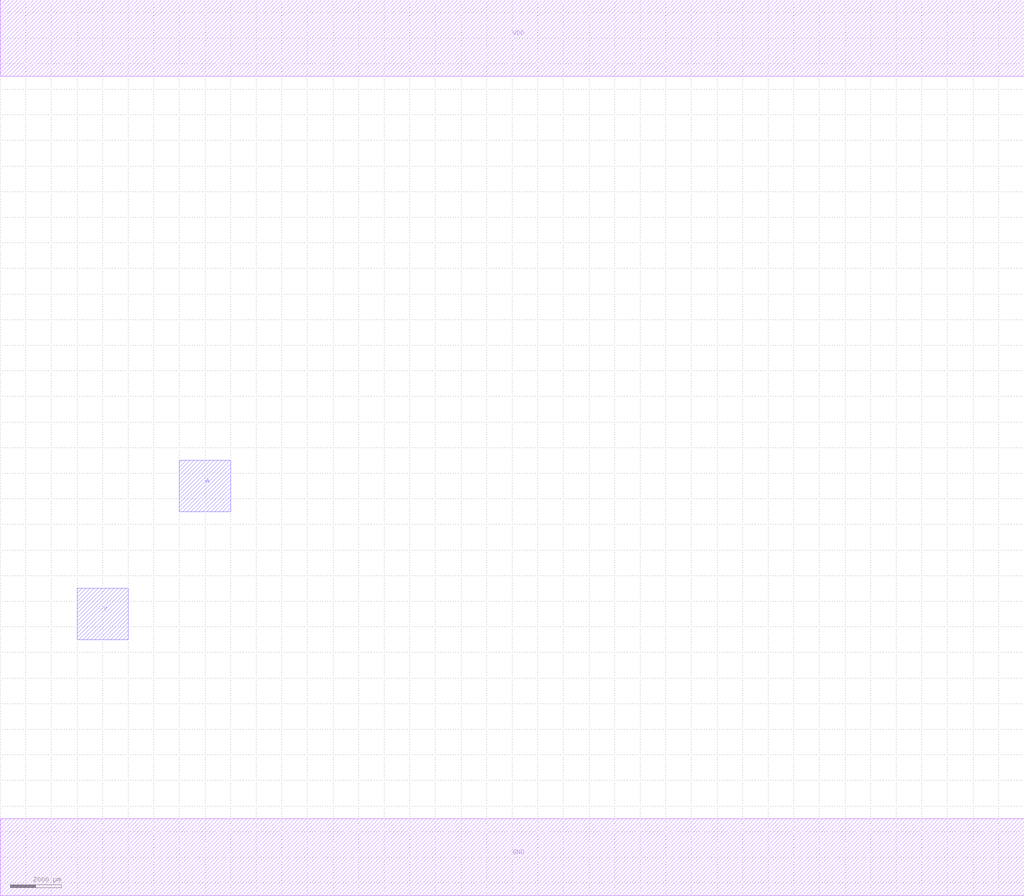
<source format=lef>
MACRO INVX8
 CLASS CORE ;
 ORIGIN 0 0 ;
 FOREIGN INVX8 0 0 ;
 SITE CORE ;
 SYMMETRY X Y R90 ;
  PIN VDD
   DIRECTION INOUT ;
   USE SIGNAL ;
   SHAPE ABUTMENT ;
    PORT
     CLASS CORE ;
       LAYER metal1 ;
        RECT 0.00000000 30500.00000000 40000.00000000 33500.00000000 ;
    END
  END VDD

  PIN GND
   DIRECTION INOUT ;
   USE SIGNAL ;
   SHAPE ABUTMENT ;
    PORT
     CLASS CORE ;
       LAYER metal1 ;
        RECT 0.00000000 -1500.00000000 40000.00000000 1500.00000000 ;
    END
  END GND

  PIN A
   DIRECTION INOUT ;
   USE SIGNAL ;
   SHAPE ABUTMENT ;
    PORT
     CLASS CORE ;
       LAYER metal2 ;
        RECT 7000.00000000 13500.00000000 9000.00000000 15500.00000000 ;
    END
  END A

  PIN Y
   DIRECTION INOUT ;
   USE SIGNAL ;
   SHAPE ABUTMENT ;
    PORT
     CLASS CORE ;
       LAYER metal2 ;
        RECT 3000.00000000 8500.00000000 5000.00000000 10500.00000000 ;
    END
  END Y


END INVX8

</source>
